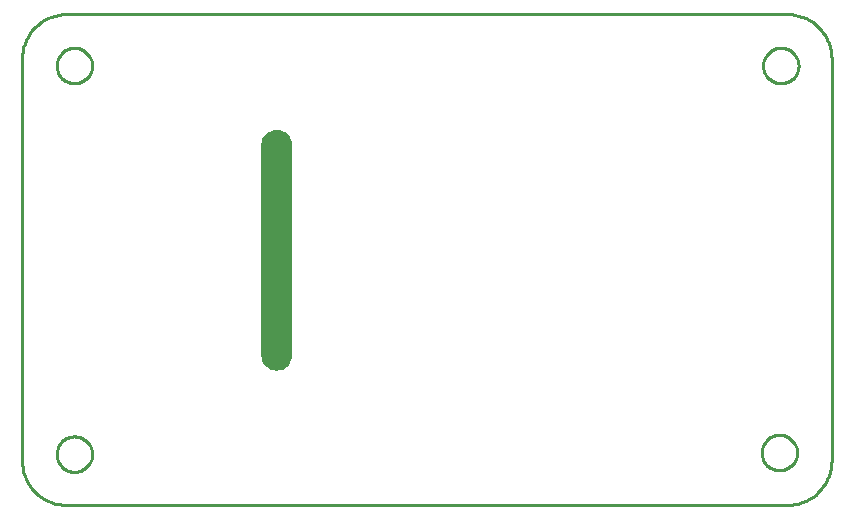
<source format=gbr>
G04 EAGLE Gerber RS-274X export*
G75*
%MOMM*%
%FSLAX34Y34*%
%LPD*%
%IN*%
%IPPOS*%
%AMOC8*
5,1,8,0,0,1.08239X$1,22.5*%
G01*
%ADD10C,0.254000*%

G36*
X218138Y114114D02*
X218138Y114114D01*
X218165Y114123D01*
X218204Y114126D01*
X220342Y114699D01*
X220367Y114712D01*
X220404Y114721D01*
X222411Y115657D01*
X222433Y115674D01*
X222468Y115690D01*
X224282Y116960D01*
X224300Y116981D01*
X224332Y117002D01*
X225898Y118568D01*
X225913Y118592D01*
X225940Y118619D01*
X227210Y120432D01*
X227221Y120458D01*
X227243Y120489D01*
X228179Y122496D01*
X228185Y122523D01*
X228201Y122558D01*
X228774Y124696D01*
X228775Y124724D01*
X228786Y124762D01*
X228979Y126967D01*
X228977Y126982D01*
X228980Y127000D01*
X228980Y304800D01*
X228977Y304815D01*
X228979Y304833D01*
X228786Y307038D01*
X228777Y307065D01*
X228774Y307104D01*
X228752Y307187D01*
X228752Y307188D01*
X228650Y307568D01*
X228548Y307948D01*
X228446Y308328D01*
X228344Y308708D01*
X228344Y308709D01*
X228243Y309089D01*
X228242Y309089D01*
X228201Y309242D01*
X228188Y309267D01*
X228179Y309304D01*
X227243Y311311D01*
X227226Y311333D01*
X227210Y311368D01*
X225940Y313182D01*
X225919Y313200D01*
X225898Y313232D01*
X224332Y314798D01*
X224308Y314813D01*
X224282Y314840D01*
X222468Y316110D01*
X222442Y316121D01*
X222411Y316143D01*
X220404Y317079D01*
X220377Y317085D01*
X220342Y317101D01*
X218204Y317674D01*
X218176Y317675D01*
X218138Y317686D01*
X215933Y317879D01*
X215905Y317875D01*
X215867Y317879D01*
X213662Y317686D01*
X213635Y317677D01*
X213596Y317674D01*
X211458Y317101D01*
X211433Y317088D01*
X211396Y317079D01*
X209389Y316143D01*
X209367Y316126D01*
X209332Y316110D01*
X207519Y314840D01*
X207500Y314819D01*
X207468Y314798D01*
X205902Y313232D01*
X205887Y313208D01*
X205860Y313182D01*
X204590Y311368D01*
X204580Y311342D01*
X204557Y311311D01*
X203621Y309304D01*
X203615Y309277D01*
X203599Y309242D01*
X203026Y307104D01*
X203025Y307076D01*
X203014Y307038D01*
X202821Y304833D01*
X202823Y304818D01*
X202820Y304800D01*
X202820Y127000D01*
X202823Y126986D01*
X202821Y126967D01*
X203014Y124762D01*
X203023Y124735D01*
X203026Y124696D01*
X203087Y124466D01*
X203189Y124086D01*
X203291Y123706D01*
X203393Y123325D01*
X203495Y122945D01*
X203597Y122565D01*
X203599Y122558D01*
X203612Y122533D01*
X203621Y122496D01*
X204557Y120489D01*
X204574Y120467D01*
X204590Y120432D01*
X205860Y118619D01*
X205868Y118611D01*
X205869Y118610D01*
X205871Y118609D01*
X205881Y118600D01*
X205902Y118568D01*
X207468Y117002D01*
X207492Y116987D01*
X207519Y116960D01*
X209332Y115690D01*
X209358Y115680D01*
X209389Y115657D01*
X211396Y114721D01*
X211423Y114715D01*
X211424Y114715D01*
X211434Y114708D01*
X211442Y114706D01*
X211458Y114699D01*
X213596Y114126D01*
X213624Y114125D01*
X213662Y114114D01*
X215867Y113921D01*
X215895Y113925D01*
X215933Y113921D01*
X218138Y114114D01*
G37*
D10*
X0Y38100D02*
X145Y34779D01*
X579Y31484D01*
X1298Y28239D01*
X2298Y25069D01*
X3570Y21998D01*
X5104Y19050D01*
X6890Y16247D01*
X8914Y13610D01*
X11159Y11159D01*
X13610Y8914D01*
X16247Y6890D01*
X19050Y5104D01*
X21998Y3570D01*
X25069Y2298D01*
X28239Y1298D01*
X31484Y579D01*
X34779Y145D01*
X38100Y0D01*
X647700Y0D01*
X651003Y144D01*
X654281Y576D01*
X657509Y1291D01*
X660663Y2286D01*
X663717Y3551D01*
X666650Y5078D01*
X669439Y6854D01*
X672062Y8867D01*
X674499Y11101D01*
X676733Y13538D01*
X678746Y16161D01*
X680522Y18950D01*
X682049Y21883D01*
X683314Y24937D01*
X684309Y28091D01*
X685024Y31319D01*
X685456Y34597D01*
X685600Y37900D01*
X685600Y377900D01*
X685456Y381203D01*
X685024Y384481D01*
X684309Y387709D01*
X683314Y390863D01*
X682049Y393917D01*
X680522Y396850D01*
X678746Y399639D01*
X676733Y402262D01*
X674499Y404699D01*
X672062Y406933D01*
X669439Y408946D01*
X666650Y410722D01*
X663717Y412249D01*
X660663Y413514D01*
X657509Y414509D01*
X654281Y415224D01*
X651003Y415656D01*
X647700Y415800D01*
X38100Y415800D01*
X34779Y415655D01*
X31484Y415221D01*
X28239Y414502D01*
X25069Y413502D01*
X21998Y412230D01*
X19050Y410696D01*
X16247Y408910D01*
X13610Y406886D01*
X11159Y404641D01*
X8914Y402190D01*
X6890Y399553D01*
X5104Y396750D01*
X3570Y393802D01*
X2298Y390731D01*
X1298Y387561D01*
X579Y384316D01*
X145Y381021D01*
X0Y377700D01*
X0Y38100D01*
X656350Y43914D02*
X656274Y42846D01*
X656121Y41785D01*
X655893Y40738D01*
X655591Y39710D01*
X655217Y38706D01*
X654772Y37731D01*
X654258Y36791D01*
X653679Y35890D01*
X653037Y35032D01*
X652335Y34222D01*
X651578Y33465D01*
X650768Y32763D01*
X649910Y32121D01*
X649009Y31542D01*
X648069Y31028D01*
X647094Y30583D01*
X646090Y30209D01*
X645062Y29907D01*
X644015Y29679D01*
X642954Y29526D01*
X641886Y29450D01*
X640814Y29450D01*
X639746Y29526D01*
X638685Y29679D01*
X637638Y29907D01*
X636610Y30209D01*
X635606Y30583D01*
X634631Y31028D01*
X633691Y31542D01*
X632790Y32121D01*
X631932Y32763D01*
X631122Y33465D01*
X630365Y34222D01*
X629663Y35032D01*
X629021Y35890D01*
X628442Y36791D01*
X627928Y37731D01*
X627483Y38706D01*
X627109Y39710D01*
X626807Y40738D01*
X626579Y41785D01*
X626426Y42846D01*
X626350Y43914D01*
X626350Y44986D01*
X626426Y46054D01*
X626579Y47115D01*
X626807Y48162D01*
X627109Y49190D01*
X627483Y50194D01*
X627928Y51169D01*
X628442Y52109D01*
X629021Y53010D01*
X629663Y53868D01*
X630365Y54678D01*
X631122Y55435D01*
X631932Y56137D01*
X632790Y56779D01*
X633691Y57358D01*
X634631Y57872D01*
X635606Y58317D01*
X636610Y58691D01*
X637638Y58993D01*
X638685Y59221D01*
X639746Y59374D01*
X640814Y59450D01*
X641886Y59450D01*
X642954Y59374D01*
X644015Y59221D01*
X645062Y58993D01*
X646090Y58691D01*
X647094Y58317D01*
X648069Y57872D01*
X649009Y57358D01*
X649910Y56779D01*
X650768Y56137D01*
X651578Y55435D01*
X652335Y54678D01*
X653037Y53868D01*
X653679Y53010D01*
X654258Y52109D01*
X654772Y51169D01*
X655217Y50194D01*
X655591Y49190D01*
X655893Y48162D01*
X656121Y47115D01*
X656274Y46054D01*
X656350Y44986D01*
X656350Y43914D01*
X657620Y371574D02*
X657544Y370506D01*
X657391Y369445D01*
X657163Y368398D01*
X656861Y367370D01*
X656487Y366366D01*
X656042Y365391D01*
X655528Y364451D01*
X654949Y363550D01*
X654307Y362692D01*
X653605Y361882D01*
X652848Y361125D01*
X652038Y360423D01*
X651180Y359781D01*
X650279Y359202D01*
X649339Y358688D01*
X648364Y358243D01*
X647360Y357869D01*
X646332Y357567D01*
X645285Y357339D01*
X644224Y357186D01*
X643156Y357110D01*
X642084Y357110D01*
X641016Y357186D01*
X639955Y357339D01*
X638908Y357567D01*
X637880Y357869D01*
X636876Y358243D01*
X635901Y358688D01*
X634961Y359202D01*
X634060Y359781D01*
X633202Y360423D01*
X632392Y361125D01*
X631635Y361882D01*
X630933Y362692D01*
X630291Y363550D01*
X629712Y364451D01*
X629198Y365391D01*
X628753Y366366D01*
X628379Y367370D01*
X628077Y368398D01*
X627849Y369445D01*
X627696Y370506D01*
X627620Y371574D01*
X627620Y372646D01*
X627696Y373714D01*
X627849Y374775D01*
X628077Y375822D01*
X628379Y376850D01*
X628753Y377854D01*
X629198Y378829D01*
X629712Y379769D01*
X630291Y380670D01*
X630933Y381528D01*
X631635Y382338D01*
X632392Y383095D01*
X633202Y383797D01*
X634060Y384439D01*
X634961Y385018D01*
X635901Y385532D01*
X636876Y385977D01*
X637880Y386351D01*
X638908Y386653D01*
X639955Y386881D01*
X641016Y387034D01*
X642084Y387110D01*
X643156Y387110D01*
X644224Y387034D01*
X645285Y386881D01*
X646332Y386653D01*
X647360Y386351D01*
X648364Y385977D01*
X649339Y385532D01*
X650279Y385018D01*
X651180Y384439D01*
X652038Y383797D01*
X652848Y383095D01*
X653605Y382338D01*
X654307Y381528D01*
X654949Y380670D01*
X655528Y379769D01*
X656042Y378829D01*
X656487Y377854D01*
X656861Y376850D01*
X657163Y375822D01*
X657391Y374775D01*
X657544Y373714D01*
X657620Y372646D01*
X657620Y371574D01*
X59450Y42644D02*
X59374Y41576D01*
X59221Y40515D01*
X58993Y39468D01*
X58691Y38440D01*
X58317Y37436D01*
X57872Y36461D01*
X57358Y35521D01*
X56779Y34620D01*
X56137Y33762D01*
X55435Y32952D01*
X54678Y32195D01*
X53868Y31493D01*
X53010Y30851D01*
X52109Y30272D01*
X51169Y29758D01*
X50194Y29313D01*
X49190Y28939D01*
X48162Y28637D01*
X47115Y28409D01*
X46054Y28256D01*
X44986Y28180D01*
X43914Y28180D01*
X42846Y28256D01*
X41785Y28409D01*
X40738Y28637D01*
X39710Y28939D01*
X38706Y29313D01*
X37731Y29758D01*
X36791Y30272D01*
X35890Y30851D01*
X35032Y31493D01*
X34222Y32195D01*
X33465Y32952D01*
X32763Y33762D01*
X32121Y34620D01*
X31542Y35521D01*
X31028Y36461D01*
X30583Y37436D01*
X30209Y38440D01*
X29907Y39468D01*
X29679Y40515D01*
X29526Y41576D01*
X29450Y42644D01*
X29450Y43716D01*
X29526Y44784D01*
X29679Y45845D01*
X29907Y46892D01*
X30209Y47920D01*
X30583Y48924D01*
X31028Y49899D01*
X31542Y50839D01*
X32121Y51740D01*
X32763Y52598D01*
X33465Y53408D01*
X34222Y54165D01*
X35032Y54867D01*
X35890Y55509D01*
X36791Y56088D01*
X37731Y56602D01*
X38706Y57047D01*
X39710Y57421D01*
X40738Y57723D01*
X41785Y57951D01*
X42846Y58104D01*
X43914Y58180D01*
X44986Y58180D01*
X46054Y58104D01*
X47115Y57951D01*
X48162Y57723D01*
X49190Y57421D01*
X50194Y57047D01*
X51169Y56602D01*
X52109Y56088D01*
X53010Y55509D01*
X53868Y54867D01*
X54678Y54165D01*
X55435Y53408D01*
X56137Y52598D01*
X56779Y51740D01*
X57358Y50839D01*
X57872Y49899D01*
X58317Y48924D01*
X58691Y47920D01*
X58993Y46892D01*
X59221Y45845D01*
X59374Y44784D01*
X59450Y43716D01*
X59450Y42644D01*
X59450Y371574D02*
X59374Y370506D01*
X59221Y369445D01*
X58993Y368398D01*
X58691Y367370D01*
X58317Y366366D01*
X57872Y365391D01*
X57358Y364451D01*
X56779Y363550D01*
X56137Y362692D01*
X55435Y361882D01*
X54678Y361125D01*
X53868Y360423D01*
X53010Y359781D01*
X52109Y359202D01*
X51169Y358688D01*
X50194Y358243D01*
X49190Y357869D01*
X48162Y357567D01*
X47115Y357339D01*
X46054Y357186D01*
X44986Y357110D01*
X43914Y357110D01*
X42846Y357186D01*
X41785Y357339D01*
X40738Y357567D01*
X39710Y357869D01*
X38706Y358243D01*
X37731Y358688D01*
X36791Y359202D01*
X35890Y359781D01*
X35032Y360423D01*
X34222Y361125D01*
X33465Y361882D01*
X32763Y362692D01*
X32121Y363550D01*
X31542Y364451D01*
X31028Y365391D01*
X30583Y366366D01*
X30209Y367370D01*
X29907Y368398D01*
X29679Y369445D01*
X29526Y370506D01*
X29450Y371574D01*
X29450Y372646D01*
X29526Y373714D01*
X29679Y374775D01*
X29907Y375822D01*
X30209Y376850D01*
X30583Y377854D01*
X31028Y378829D01*
X31542Y379769D01*
X32121Y380670D01*
X32763Y381528D01*
X33465Y382338D01*
X34222Y383095D01*
X35032Y383797D01*
X35890Y384439D01*
X36791Y385018D01*
X37731Y385532D01*
X38706Y385977D01*
X39710Y386351D01*
X40738Y386653D01*
X41785Y386881D01*
X42846Y387034D01*
X43914Y387110D01*
X44986Y387110D01*
X46054Y387034D01*
X47115Y386881D01*
X48162Y386653D01*
X49190Y386351D01*
X50194Y385977D01*
X51169Y385532D01*
X52109Y385018D01*
X53010Y384439D01*
X53868Y383797D01*
X54678Y383095D01*
X55435Y382338D01*
X56137Y381528D01*
X56779Y380670D01*
X57358Y379769D01*
X57872Y378829D01*
X58317Y377854D01*
X58691Y376850D01*
X58993Y375822D01*
X59221Y374775D01*
X59374Y373714D01*
X59450Y372646D01*
X59450Y371574D01*
M02*

</source>
